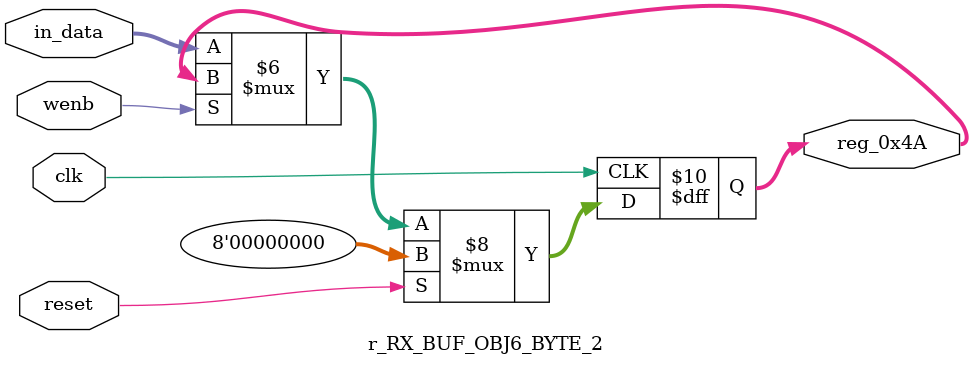
<source format=v>
module r_RX_BUF_OBJ6_BYTE_2(output reg [7:0] reg_0x4A, input wire reset, input wire wenb, input wire [7:0] in_data, input wire clk);
	always@(posedge clk)
	begin
		if(reset==0) begin
			if(wenb==0)
				reg_0x4A<=in_data;
			else
				reg_0x4A<=reg_0x4A;
		end
		else
			reg_0x4A<=8'h00;
	end
endmodule
</source>
